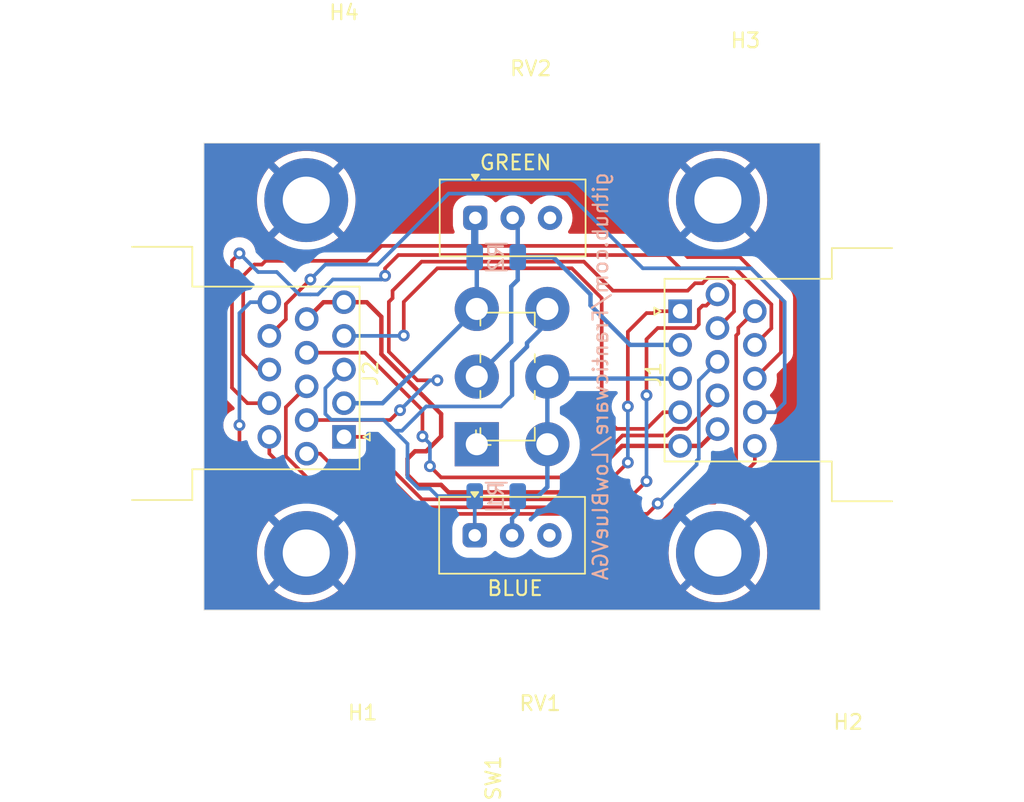
<source format=kicad_pcb>
(kicad_pcb (version 20240108) (generator "pcbnew") (generator_version "8.0")
  (title_block (title "LowBlueVGA") (date "2021-05-17") (rev "2") (company "Franticware"))
  (layers (0 "F.Cu" signal) (31 "B.Cu" signal) (34 "B.Paste" user) (35 "F.Paste" user) (36 "B.SilkS" user "B.Silkscreen") (37 "F.SilkS" user "F.Silkscreen") (38 "B.Mask" user) (39 "F.Mask" user) (44 "Edge.Cuts" user))
  (net 0 "")
  (net 1 "GREEN_IN")
  (net 2 "BLUE_IN")
  (net 3 "GREEN_OUT")
  (net 4 "BLUE_OUT")
  (net 5 "SHIELD")
  (net 6 "Net-(J1-Pad14)")
  (net 7 "Net-(J1-Pad7)")
  (net 8 "Net-(J1-Pad13)")
  (net 9 "Net-(J1-Pad11)")
  (net 10 "Net-(J1-Pad12)")
  (net 11 "Net-(J1-Pad4)")
  (net 12 "Net-(J1-Pad15)")
  (net 13 "Net-(J1-Pad6)")
  (net 14 "Net-(J1-Pad10)")
  (net 15 "Net-(J1-Pad8)")
  (net 16 "Net-(J1-Pad9)")
  (net 17 "Net-(J1-Pad1)")
  (footprint "MountingHole:MountingHole_3.2mm_M3_ISO7380_Pad" (layer "F.Cu") (at 138.4 113.6)
    (property "Reference" "H1" (at 3.84 10.86 0) (layer "F.SilkS"))
    (property "Value" "MountingHole_Pad")
    (pad "1" thru_hole circle (at 0 0) (size 5.7 5.7) (drill 3.2) (layers "*.Cu" "*.Mask") (net 5 "SHIELD"))
  )
  (footprint "MountingHole:MountingHole_3.2mm_M3_ISO7380_Pad" (layer "F.Cu") (at 166.4 113.6)
    (property "Reference" "H2" (at 8.86 11.495 0) (layer "F.SilkS"))
    (property "Value" "MountingHole_Pad")
    (pad "1" thru_hole circle (at 0 0) (size 5.7 5.7) (drill 3.2) (layers "*.Cu" "*.Mask") (net 5 "SHIELD"))
  )
  (footprint "MountingHole:MountingHole_3.2mm_M3_ISO7380_Pad" (layer "F.Cu") (at 138.4 89.6)
    (property "Reference" "H4" (at 2.57 -12.765 0) (layer "F.SilkS"))
    (property "Value" "MountingHole_Pad")
    (pad "1" thru_hole circle (at 0 0) (size 5.7 5.7) (drill 3.2) (layers "*.Cu" "*.Mask") (net 5 "SHIELD"))
  )
  (footprint "MountingHole:MountingHole_3.2mm_M3_ISO7380_Pad" (layer "F.Cu") (at 166.4 89.6)
    (property "Reference" "H3" (at 1.875 -10.86 0) (layer "F.SilkS"))
    (property "Value" "MountingHole_Pad")
    (pad "1" thru_hole circle (at 0 0) (size 5.7 5.7) (drill 3.2) (layers "*.Cu" "*.Mask") (net 5 "SHIELD"))
  )
  (footprint "Button_Switch_THT:SW_E-Switch_EG1271_DPDT" (layer "F.Cu") (at 150.495 104.1 90)
    (property "Reference" "SW1" (at -24.805 0.635 90) (layer "F.SilkS"))
    (property "Value" "SW_Push_DPDT")
    (fp_line (start -2.15 -0.55) (end -1.15 -0.55) (stroke (width 0.12)) (layer "F.SilkS"))
    (fp_line (start 6.85 -0.25) (end 6.85 3.45) (stroke (width 0.12)) (layer "F.SilkS"))
    (fp_line (start 5.97 -0.25) (end 6.85 -0.25) (stroke (width 0.12)) (layer "F.SilkS"))
    (fp_line (start 3.47 -0.25) (end 4.03 -0.25) (stroke (width 0.12)) (layer "F.SilkS"))
    (fp_line (start 1 -0.25) (end 1.53 -0.25) (stroke (width 0.12)) (layer "F.SilkS"))
    (fp_line (start -1.85 -0.25) (end -1 -0.25) (stroke (width 0.12)) (layer "F.SilkS"))
    (fp_line (start -2.15 0.45) (end -2.15 -0.55) (stroke (width 0.12)) (layer "F.SilkS"))
    (fp_line (start 6.85 3.45) (end 5.98 3.45) (stroke (width 0.12)) (layer "F.SilkS"))
    (fp_line (start 4.02 3.45) (end 3.47 3.45) (stroke (width 0.12)) (layer "F.SilkS"))
    (fp_line (start 1.53 3.45) (end 0.97 3.45) (stroke (width 0.12)) (layer "F.SilkS"))
    (fp_line (start -0.97 3.45) (end -1.85 3.45) (stroke (width 0.12)) (layer "F.SilkS"))
    (fp_line (start -1.85 3.45) (end -1.85 -0.25) (stroke (width 0.12)) (layer "F.SilkS"))
    (pad "1" thru_hole rect (at -2.1 -0.495 90) (size 3 3) (drill 1.5) (layers "*.Cu" "*.Mask"))
    (pad "2" thru_hole circle (at 2.5 -0.495 90) (size 3 3) (drill 1.5) (layers "*.Cu" "*.Mask") (net 1 "GREEN_IN"))
    (pad "3" thru_hole circle (at 7.1 -0.495 90) (size 3 3) (drill 1.5) (layers "*.Cu" "*.Mask") (net 3 "GREEN_OUT"))
    (pad "4" thru_hole circle (at -2.1 4.305 90) (size 3 3) (drill 1.5) (layers "*.Cu" "*.Mask") (net 2 "BLUE_IN"))
    (pad "5" thru_hole circle (at 2.5 4.305 90) (size 3 3) (drill 1.5) (layers "*.Cu" "*.Mask") (net 2 "BLUE_IN"))
    (pad "6" thru_hole circle (at 7.1 4.305 90) (size 3 3) (drill 1.5) (layers "*.Cu" "*.Mask") (net 4 "BLUE_OUT"))
  )
  (footprint "Connector_Dsub:DSUB-15-HD_Female_Horizontal_P2.29x2.54mm_EdgePinOffset9.40mm" (layer "F.Cu") (at 163.83 97.155 90)
    (property "Reference" "J1" (at -4.315 -1.8 90) (layer "F.SilkS"))
    (property "Value" "DE15_Receptacle_HighDensity")
    (fp_line (start 0.25 -1.754338) (end 0 -1.321325) (stroke (width 0.12)) (layer "F.SilkS"))
    (fp_line (start -0.25 -1.754338) (end 0.25 -1.754338) (stroke (width 0.12)) (layer "F.SilkS"))
    (fp_line (start 0 -1.321325) (end -0.25 -1.754338) (stroke (width 0.12)) (layer "F.SilkS"))
    (fp_line (start 2.205 -1.06) (end 2.205 10.32) (stroke (width 0.12)) (layer "F.SilkS"))
    (fp_line (start -10.22 -1.06) (end 2.205 -1.06) (stroke (width 0.12)) (layer "F.SilkS"))
    (fp_line (start 4.295 10.32) (end 4.295 14.42) (stroke (width 0.12)) (layer "F.SilkS"))
    (fp_line (start 2.205 10.32) (end 4.295 10.32) (stroke (width 0.12)) (layer "F.SilkS"))
    (fp_line (start -10.22 10.32) (end -10.22 -1.06) (stroke (width 0.12)) (layer "F.SilkS"))
    (fp_line (start -12.925 10.32) (end -10.22 10.32) (stroke (width 0.12)) (layer "F.SilkS"))
    (fp_line (start -12.925 14.42) (end -12.925 10.32) (stroke (width 0.12)) (layer "F.SilkS"))
    (pad "1" thru_hole rect (at 0 0 90) (size 1.6 1.6) (drill 1) (layers "*.Cu" "*.Mask") (net 17 "Net-(J1-Pad1)"))
    (pad "2" thru_hole circle (at -2.29 0 90) (size 1.6 1.6) (drill 1) (layers "*.Cu" "*.Mask") (net 1 "GREEN_IN"))
    (pad "3" thru_hole circle (at -4.58 0 90) (size 1.6 1.6) (drill 1) (layers "*.Cu" "*.Mask") (net 2 "BLUE_IN"))
    (pad "4" thru_hole circle (at -6.87 0 90) (size 1.6 1.6) (drill 1) (layers "*.Cu" "*.Mask") (net 11 "Net-(J1-Pad4)"))
    (pad "5" thru_hole circle (at -9.16 0 90) (size 1.6 1.6) (drill 1) (layers "*.Cu" "*.Mask") (net 14 "Net-(J1-Pad10)"))
    (pad "6" thru_hole circle (at 1.145 2.54 90) (size 1.6 1.6) (drill 1) (layers "*.Cu" "*.Mask") (net 13 "Net-(J1-Pad6)"))
    (pad "7" thru_hole circle (at -1.145 2.54 90) (size 1.6 1.6) (drill 1) (layers "*.Cu" "*.Mask") (net 7 "Net-(J1-Pad7)"))
    (pad "8" thru_hole circle (at -3.435 2.54 90) (size 1.6 1.6) (drill 1) (layers "*.Cu" "*.Mask") (net 15 "Net-(J1-Pad8)"))
    (pad "9" thru_hole circle (at -5.725 2.54 90) (size 1.6 1.6) (drill 1) (layers "*.Cu" "*.Mask") (net 16 "Net-(J1-Pad9)"))
    (pad "10" thru_hole circle (at -8.015 2.54 90) (size 1.6 1.6) (drill 1) (layers "*.Cu" "*.Mask") (net 14 "Net-(J1-Pad10)"))
    (pad "11" thru_hole circle (at 0 5.08 90) (size 1.6 1.6) (drill 1) (layers "*.Cu" "*.Mask") (net 9 "Net-(J1-Pad11)"))
    (pad "12" thru_hole circle (at -2.29 5.08 90) (size 1.6 1.6) (drill 1) (layers "*.Cu" "*.Mask") (net 10 "Net-(J1-Pad12)"))
    (pad "13" thru_hole circle (at -4.58 5.08 90) (size 1.6 1.6) (drill 1) (layers "*.Cu" "*.Mask") (net 8 "Net-(J1-Pad13)"))
    (pad "14" thru_hole circle (at -6.87 5.08 90) (size 1.6 1.6) (drill 1) (layers "*.Cu" "*.Mask") (net 6 "Net-(J1-Pad14)"))
    (pad "15" thru_hole circle (at -9.16 5.08 90) (size 1.6 1.6) (drill 1) (layers "*.Cu" "*.Mask") (net 12 "Net-(J1-Pad15)"))
  )
  (footprint "Connector_Dsub:DSUB-15-HD_Female_Horizontal_P2.29x2.54mm_EdgePinOffset9.40mm" (layer "F.Cu") (at 140.97 105.7 -90)
    (property "Reference" "J2" (at -4.315 -1.8 90) (layer "F.SilkS"))
    (property "Value" "DE15_Receptacle_HighDensity")
    (fp_line (start -12.925 14.42) (end -12.925 10.32) (stroke (width 0.12)) (layer "F.SilkS"))
    (fp_line (start -12.925 10.32) (end -10.22 10.32) (stroke (width 0.12)) (layer "F.SilkS"))
    (fp_line (start -10.22 10.32) (end -10.22 -1.06) (stroke (width 0.12)) (layer "F.SilkS"))
    (fp_line (start 2.205 10.32) (end 4.295 10.32) (stroke (width 0.12)) (layer "F.SilkS"))
    (fp_line (start 4.295 10.32) (end 4.295 14.42) (stroke (width 0.12)) (layer "F.SilkS"))
    (fp_line (start -10.22 -1.06) (end 2.205 -1.06) (stroke (width 0.12)) (layer "F.SilkS"))
    (fp_line (start 2.205 -1.06) (end 2.205 10.32) (stroke (width 0.12)) (layer "F.SilkS"))
    (fp_line (start 0 -1.321325) (end -0.25 -1.754338) (stroke (width 0.12)) (layer "F.SilkS"))
    (fp_line (start -0.25 -1.754338) (end 0.25 -1.754338) (stroke (width 0.12)) (layer "F.SilkS"))
    (fp_line (start 0.25 -1.754338) (end 0 -1.321325) (stroke (width 0.12)) (layer "F.SilkS"))
    (pad "1" thru_hole rect (at 0 0 270) (size 1.6 1.6) (drill 1) (layers "*.Cu" "*.Mask") (net 17 "Net-(J1-Pad1)"))
    (pad "2" thru_hole circle (at -2.29 0 270) (size 1.6 1.6) (drill 1) (layers "*.Cu" "*.Mask") (net 3 "GREEN_OUT"))
    (pad "3" thru_hole circle (at -4.58 0 270) (size 1.6 1.6) (drill 1) (layers "*.Cu" "*.Mask") (net 4 "BLUE_OUT"))
    (pad "4" thru_hole circle (at -6.87 0 270) (size 1.6 1.6) (drill 1) (layers "*.Cu" "*.Mask") (net 11 "Net-(J1-Pad4)"))
    (pad "5" thru_hole circle (at -9.16 0 270) (size 1.6 1.6) (drill 1) (layers "*.Cu" "*.Mask") (net 14 "Net-(J1-Pad10)"))
    (pad "6" thru_hole circle (at 1.145 2.54 270) (size 1.6 1.6) (drill 1) (layers "*.Cu" "*.Mask") (net 13 "Net-(J1-Pad6)"))
    (pad "7" thru_hole circle (at -1.145 2.54 270) (size 1.6 1.6) (drill 1) (layers "*.Cu" "*.Mask") (net 7 "Net-(J1-Pad7)"))
    (pad "8" thru_hole circle (at -3.435 2.54 270) (size 1.6 1.6) (drill 1) (layers "*.Cu" "*.Mask") (net 15 "Net-(J1-Pad8)"))
    (pad "9" thru_hole circle (at -5.725 2.54 270) (size 1.6 1.6) (drill 1) (layers "*.Cu" "*.Mask") (net 16 "Net-(J1-Pad9)"))
    (pad "10" thru_hole circle (at -8.015 2.54 270) (size 1.6 1.6) (drill 1) (layers "*.Cu" "*.Mask") (net 14 "Net-(J1-Pad10)"))
    (pad "11" thru_hole circle (at 0 5.08 270) (size 1.6 1.6) (drill 1) (layers "*.Cu" "*.Mask") (net 9 "Net-(J1-Pad11)"))
    (pad "12" thru_hole circle (at -2.29 5.08 270) (size 1.6 1.6) (drill 1) (layers "*.Cu" "*.Mask") (net 10 "Net-(J1-Pad12)"))
    (pad "13" thru_hole circle (at -4.58 5.08 270) (size 1.6 1.6) (drill 1) (layers "*.Cu" "*.Mask") (net 8 "Net-(J1-Pad13)"))
    (pad "14" thru_hole circle (at -6.87 5.08 270) (size 1.6 1.6) (drill 1) (layers "*.Cu" "*.Mask") (net 6 "Net-(J1-Pad14)"))
    (pad "15" thru_hole circle (at -9.16 5.08 270) (size 1.6 1.6) (drill 1) (layers "*.Cu" "*.Mask") (net 12 "Net-(J1-Pad15)"))
  )
  (footprint "Potentiometer_THT:Potentiometer_Vishay_T93YA_Vertical" (layer "F.Cu") (at 149.86 112.395)
    (property "Reference" "RV1" (at 4.445 11.43 0) (layer "F.SilkS"))
    (property "Value" "R_Potentiometer")
    (fp_line (start -2.42 -2.61) (end -2.42 2.61) (stroke (width 0.12)) (layer "F.SilkS"))
    (fp_line (start -2.42 -2.61) (end -0.3 -2.61) (stroke (width 0.12)) (layer "F.SilkS"))
    (fp_line (start -2.42 2.61) (end 7.5 2.61) (stroke (width 0.12)) (layer "F.SilkS"))
    (fp_line (start 0.4 -2.61) (end 7.5 -2.61) (stroke (width 0.12)) (layer "F.SilkS"))
    (fp_line (start 7.5 -2.61) (end 7.5 2.61) (stroke (width 0.12)) (layer "F.SilkS"))
    (fp_poly (pts (xy 0 -2.61) (xy -0.24 -2.94) (xy 0.24 -2.94) (xy 0 -2.61)) (stroke (width 0.12)) (fill solid) (layer "F.SilkS"))
    (pad "1" thru_hole roundrect (at 0 0) (size 1.65 1.65) (drill 0.85) (layers "*.Cu" "*.Mask") (net 4 "BLUE_OUT"))
    (pad "2" thru_hole circle (at 2.54 0) (size 1.65 1.65) (drill 0.85) (layers "*.Cu" "*.Mask") (net 2 "BLUE_IN"))
    (pad "3" thru_hole circle (at 5.08 0) (size 1.65 1.65) (drill 0.85) (layers "*.Cu" "*.Mask"))
  )
  (footprint "Potentiometer_THT:Potentiometer_Vishay_T93YA_Vertical" (layer "F.Cu") (at 149.9 90.805)
    (property "Reference" "RV2" (at 3.77 -10.16 0) (layer "F.SilkS"))
    (property "Value" "R_Potentiometer")
    (fp_line (start -2.42 -2.61) (end -2.42 2.61) (stroke (width 0.12)) (layer "F.SilkS"))
    (fp_line (start -2.42 -2.61) (end -0.3 -2.61) (stroke (width 0.12)) (layer "F.SilkS"))
    (fp_line (start -2.42 2.61) (end 7.5 2.61) (stroke (width 0.12)) (layer "F.SilkS"))
    (fp_line (start 0.4 -2.61) (end 7.5 -2.61) (stroke (width 0.12)) (layer "F.SilkS"))
    (fp_line (start 7.5 -2.61) (end 7.5 2.61) (stroke (width 0.12)) (layer "F.SilkS"))
    (fp_poly (pts (xy 0 -2.61) (xy -0.24 -2.94) (xy 0.24 -2.94) (xy 0 -2.61)) (stroke (width 0.12)) (fill solid) (layer "F.SilkS"))
    (pad "1" thru_hole roundrect (at 0 0) (size 1.65 1.65) (drill 0.85) (layers "*.Cu" "*.Mask") (net 3 "GREEN_OUT"))
    (pad "2" thru_hole circle (at 2.54 0) (size 1.65 1.65) (drill 0.85) (layers "*.Cu" "*.Mask") (net 1 "GREEN_IN"))
    (pad "3" thru_hole circle (at 5.08 0) (size 1.65 1.65) (drill 0.85) (layers "*.Cu" "*.Mask"))
  )
  (footprint "Resistor_SMD:R_1206_3216Metric" (layer "B.Cu") (at 151.3225 93.472)
    (property "Reference" "R2" (at 0 0 90) (layer "B.SilkS") (effects (justify mirror)))
    (property "Value" "39R")
    (fp_line (start -0.727064 -0.91) (end 0.727064 -0.91) (stroke (width 0.12)) (layer "B.SilkS"))
    (fp_line (start -0.727064 0.91) (end 0.727064 0.91) (stroke (width 0.12)) (layer "B.SilkS"))
    (pad "1" smd roundrect (at -1.4625 0) (size 1.125 1.75) (layers "B.Cu" "B.Paste" "B.Mask") (roundrect_rratio 0.222222) (net 3 "GREEN_OUT"))
    (pad "2" smd roundrect (at 1.4625 0) (size 1.125 1.75) (layers "B.Cu" "B.Paste" "B.Mask") (roundrect_rratio 0.222222) (net 1 "GREEN_IN"))
  )
  (footprint "Resistor_SMD:R_1206_3216Metric" (layer "B.Cu") (at 151.3225 109.728)
    (property "Reference" "R1" (at 0 0 90) (layer "B.SilkS") (effects (justify mirror)))
    (property "Value" "100R")
    (fp_line (start -0.727064 -0.91) (end 0.727064 -0.91) (stroke (width 0.12)) (layer "B.SilkS"))
    (fp_line (start -0.727064 0.91) (end 0.727064 0.91) (stroke (width 0.12)) (layer "B.SilkS"))
    (pad "1" smd roundrect (at -1.4625 0) (size 1.125 1.75) (layers "B.Cu" "B.Paste" "B.Mask") (roundrect_rratio 0.222222) (net 4 "BLUE_OUT"))
    (pad "2" smd roundrect (at 1.4625 0) (size 1.125 1.75) (layers "B.Cu" "B.Paste" "B.Mask") (roundrect_rratio 0.222222) (net 2 "BLUE_IN"))
  )
  (gr_line (start 131.445 117.475) (end 173.355 117.475) (stroke (width 0.05)) (layer "Edge.Cuts"))
  (gr_line (start 173.355 85.725) (end 131.445 85.725) (stroke (width 0.05)) (layer "Edge.Cuts"))
  (gr_line (start 131.445 85.725) (end 131.445 117.475) (stroke (width 0.05)) (layer "Edge.Cuts"))
  (gr_line (start 173.355 117.475) (end 173.355 85.725) (stroke (width 0.05)) (layer "Edge.Cuts"))
  (gr_text "github.com/Franticware/LowBlueVGA" (at 159.004 87.63 90) (layer "B.SilkS") (effects (font (size 1 1)) (justify left bottom mirror)))
  (gr_text "GREEN" (at 150.114 87.63 0) (layer "F.SilkS") (effects (font (size 1 1)) (justify left bottom)))
  (gr_text "BLUE" (at 150.622 116.586 0) (layer "F.SilkS") (effects (font (size 1 1)) (justify left bottom)))
  (segment (start 152.34 95.47) (end 152.34 99.26) (width 0.3) (layer "B.Cu") (net 1))
  (segment (start 152.785 93.472) (end 152.785 91.15) (width 0.3) (layer "B.Cu") (net 1))
  (segment (start 152.785 95.025) (end 152.34 95.47) (width 0.3) (layer "B.Cu") (net 1))
  (segment (start 155.194 93.472) (end 152.785 93.472) (width 0.3) (layer "B.Cu") (net 1))
  (segment (start 152.785 91.15) (end 152.44 90.805) (width 0.3) (layer "B.Cu") (net 1))
  (segment (start 157.734 96.754) (end 157.734 96.012) (width 0.3) (layer "B.Cu") (net 1))
  (segment (start 160.425 99.445) (end 157.734 96.754) (width 0.3) (layer "B.Cu") (net 1))
  (segment (start 150 101.6) (end 152.34 99.26) (width 0.3) (layer "B.Cu") (net 1))
  (segment (start 152.785 93.472) (end 152.785 95.025) (width 0.3) (layer "B.Cu") (net 1))
  (segment (start 163.83 99.445) (end 160.425 99.445) (width 0.3) (layer "B.Cu") (net 1))
  (segment (start 157.734 96.012) (end 155.194 93.472) (width 0.3) (layer "B.Cu") (net 1))
  (segment (start 163.83 101.735) (end 154.935 101.735) (width 0.3) (layer "B.Cu") (net 2))
  (segment (start 152.4 111.252) (end 152.785 110.867) (width 0.3) (layer "B.Cu") (net 2))
  (segment (start 154.935 101.735) (end 154.8 101.6) (width 0.3) (layer "B.Cu") (net 2))
  (segment (start 154.8 106.2) (end 154.8 101.6) (width 0.3) (layer "B.Cu") (net 2))
  (segment (start 152.4 112.395) (end 152.4 111.252) (width 0.3) (layer "B.Cu") (net 2))
  (segment (start 154.8 109.106) (end 154.8 106.2) (width 0.3) (layer "B.Cu") (net 2))
  (segment (start 152.785 109.728) (end 154.178 109.728) (width 0.3) (layer "B.Cu") (net 2))
  (segment (start 154.178 109.728) (end 154.8 109.106) (width 0.3) (layer "B.Cu") (net 2))
  (segment (start 152.785 110.867) (end 152.785 109.728) (width 0.3) (layer "B.Cu") (net 2))
  (segment (start 149.86 93.472) (end 149.86 90.845) (width 0.5) (layer "B.Cu") (net 3))
  (segment (start 149.9 93.432) (end 149.86 93.472) (width 0.5) (layer "B.Cu") (net 3))
  (segment (start 149.9 96.9) (end 150 97) (width 0.5) (layer "B.Cu") (net 3))
  (segment (start 149.86 90.845) (end 149.9 90.805) (width 0.5) (layer "B.Cu") (net 3))
  (segment (start 140.97 103.41) (end 143.59 103.41) (width 0.3) (layer "B.Cu") (net 3))
  (segment (start 143.59 103.41) (end 150 97) (width 0.3) (layer "B.Cu") (net 3))
  (segment (start 150 93.612) (end 149.86 93.472) (width 0.3) (layer "B.Cu") (net 3))
  (segment (start 150 97) (end 150 93.612) (width 0.3) (layer "B.Cu") (net 3))
  (segment (start 140.095 104.535) (end 143.651 104.535) (width 0.25) (layer "B.Cu") (net 4))
  (segment (start 153.416 99.568) (end 152.4 100.584) (width 0.3) (layer "B.Cu") (net 4))
  (segment (start 154.8 97) (end 154.8 97.93) (width 0.3) (layer "B.Cu") (net 4))
  (segment (start 152.4 102.87) (end 151.638 103.632) (width 0.25) (layer "B.Cu") (net 4))
  (segment (start 145.288 106.172) (end 144.399 105.283) (width 0.25) (layer "B.Cu") (net 4))
  (segment (start 146.812 109.22) (end 147.32 109.728) (width 0.25) (layer "B.Cu") (net 4))
  (segment (start 145.288 108.458) (end 145.288 106.172) (width 0.25) (layer "B.Cu") (net 4))
  (segment (start 146.558 103.632) (end 144.907 105.283) (width 0.25) (layer "B.Cu") (net 4))
  (segment (start 139.7 104.14) (end 140.095 104.535) (width 0.25) (layer "B.Cu") (net 4))
  (segment (start 143.651 104.535) (end 144.399 105.283) (width 0.25) (layer "B.Cu") (net 4))
  (segment (start 146.05 109.22) (end 145.288 108.458) (width 0.25) (layer "B.Cu") (net 4))
  (segment (start 144.907 105.283) (end 144.399 105.283) (width 0.25) (layer "B.Cu") (net 4))
  (segment (start 139.7 102.39) (end 139.7 104.14) (width 0.25) (layer "B.Cu") (net 4))
  (segment (start 146.812 109.22) (end 146.05 109.22) (width 0.25) (layer "B.Cu") (net 4))
  (segment (start 153.416 99.314) (end 153.416 99.568) (width 0.3) (layer "B.Cu") (net 4))
  (segment (start 152.4 100.584) (end 152.4 102.87) (width 0.3) (layer "B.Cu") (net 4))
  (segment (start 140.97 101.12) (end 139.7 102.39) (width 0.25) (layer "B.Cu") (net 4))
  (segment (start 147.32 109.728) (end 149.86 109.728) (width 0.25) (layer "B.Cu") (net 4))
  (segment (start 149.86 109.728) (end 149.86 112.395) (width 0.25) (layer "B.Cu") (net 4))
  (segment (start 154.8 97.93) (end 153.416 99.314) (width 0.3) (layer "B.Cu") (net 4))
  (segment (start 151.638 103.632) (end 146.558 103.632) (width 0.25) (layer "B.Cu") (net 4))
  (segment (start 138.4 113.6) (end 138.4 113.635) (width 0.5) (layer "B.Cu") (net 5))
  (segment (start 135.89 98.83) (end 137.015 97.705) (width 0.25) (layer "F.Cu") (net 6))
  (segment (start 137.015 96.665) (end 138.684 94.996) (width 0.25) (layer "F.Cu") (net 6))
  (segment (start 137.015 97.705) (end 137.015 96.665) (width 0.25) (layer "F.Cu") (net 6))
  (via (at 138.684 94.996) (size 0.8) (drill 0.4) (layers "F.Cu" "B.Cu") (net 6))
  (segment (start 170.942 103.378) (end 170.295 104.025) (width 0.25) (layer "B.Cu") (net 6))
  (segment (start 161.29 94.234) (end 168.656 94.234) (width 0.25) (layer "B.Cu") (net 6))
  (segment (start 170.295 104.025) (end 168.91 104.025) (width 0.25) (layer "B.Cu") (net 6))
  (segment (start 139.7 93.98) (end 138.684 94.996) (width 0.25) (layer "B.Cu") (net 6))
  (segment (start 170.942 96.52) (end 170.942 103.378) (width 0.25) (layer "B.Cu") (net 6))
  (segment (start 139.7 93.98) (end 143.256 93.98) (width 0.25) (layer "B.Cu") (net 6))
  (segment (start 148.082 89.154) (end 156.21 89.154) (width 0.25) (layer "B.Cu") (net 6))
  (segment (start 143.256 93.98) (end 148.082 89.154) (width 0.25) (layer "B.Cu") (net 6))
  (segment (start 168.656 94.234) (end 170.942 96.52) (width 0.25) (layer "B.Cu") (net 6))
  (segment (start 156.21 89.154) (end 161.29 94.234) (width 0.25) (layer "B.Cu") (net 6))
  (segment (start 167.495 97.175) (end 166.37 98.3) (width 0.25) (layer "F.Cu") (net 7))
  (segment (start 167.021 94.885) (end 167.495 95.359) (width 0.25) (layer "F.Cu") (net 7))
  (segment (start 147.32 101.854) (end 145.959752 101.854) (width 0.25) (layer "F.Cu") (net 7))
  (segment (start 164.338 95.758) (end 164.846 95.25) (width 0.25) (layer "F.Cu") (net 7))
  (segment (start 144.272 96.266) (end 144.272 95.758) (width 0.25) (layer "F.Cu") (net 7))
  (segment (start 144.018 99.912248) (end 144.018 96.52) (width 0.25) (layer "F.Cu") (net 7))
  (segment (start 145.959752 101.854) (end 144.018 99.912248) (width 0.25) (layer "F.Cu") (net 7))
  (segment (start 164.846 95.25) (end 165.354 95.25) (width 0.25) (layer "F.Cu") (net 7))
  (segment (start 167.495 95.359) (end 167.495 97.175) (width 0.25) (layer "F.Cu") (net 7))
  (segment (start 159.258 95.758) (end 164.338 95.758) (width 0.25) (layer "F.Cu") (net 7))
  (segment (start 165.354 95.25) (end 165.719 94.885) (width 0.25) (layer "F.Cu") (net 7))
  (segment (start 165.719 94.885) (end 167.021 94.885) (width 0.25) (layer "F.Cu") (net 7))
  (segment (start 144.111 104.555) (end 138.43 104.555) (width 0.25) (layer "F.Cu") (net 7))
  (segment (start 146.246 93.784) (end 157.284 93.784) (width 0.25) (layer "F.Cu") (net 7))
  (segment (start 144.018 96.52) (end 144.272 96.266) (width 0.25) (layer "F.Cu") (net 7))
  (segment (start 144.78 103.886) (end 144.111 104.555) (width 0.25) (layer "F.Cu") (net 7))
  (segment (start 157.284 93.784) (end 159.258 95.758) (width 0.25) (layer "F.Cu") (net 7))
  (segment (start 144.272 95.758) (end 146.246 93.784) (width 0.25) (layer "F.Cu") (net 7))
  (via (at 147.32 101.854) (size 0.8) (drill 0.4) (layers "F.Cu" "B.Cu") (net 7))
  (via (at 144.78 103.886) (size 0.8) (drill 0.4) (layers "F.Cu" "B.Cu") (net 7))
  (segment (start 147.32 101.854) (end 146.812 101.854) (width 0.25) (layer "B.Cu") (net 7))
  (segment (start 146.812 101.854) (end 144.78 103.886) (width 0.25) (layer "B.Cu") (net 7))
  (segment (start 167.894 93.472) (end 170.688 96.266) (width 0.25) (layer "F.Cu") (net 8))
  (segment (start 135.156 101.12) (end 134.112 100.076) (width 0.25) (layer "F.Cu") (net 8))
  (segment (start 134.112 94.742) (end 134.874 93.98) (width 0.25) (layer "F.Cu") (net 8))
  (segment (start 164.338 93.472) (end 167.894 93.472) (width 0.25) (layer "F.Cu") (net 8))
  (segment (start 134.874 93.98) (end 135.382 93.98) (width 0.25) (layer "F.Cu") (net 8))
  (segment (start 170.688 96.266) (end 170.688 99.957) (width 0.25) (layer "F.Cu") (net 8))
  (segment (start 135.636 93.726) (end 142.494 93.726) (width 0.25) (layer "F.Cu") (net 8))
  (segment (start 170.688 99.957) (end 168.91 101.735) (width 0.25) (layer "F.Cu") (net 8))
  (segment (start 135.382 93.98) (end 135.636 93.726) (width 0.25) (layer "F.Cu") (net 8))
  (segment (start 134.112 100.076) (end 134.112 94.742) (width 0.25) (layer "F.Cu") (net 8))
  (segment (start 163.576 92.71) (end 164.338 93.472) (width 0.25) (layer "F.Cu") (net 8))
  (segment (start 142.494 93.726) (end 143.51 92.71) (width 0.25) (layer "F.Cu") (net 8))
  (segment (start 143.51 92.71) (end 163.576 92.71) (width 0.25) (layer "F.Cu") (net 8))
  (segment (start 135.89 101.12) (end 135.156 101.12) (width 0.25) (layer "F.Cu") (net 8))
  (segment (start 141.224 109.474) (end 138.53263 109.474) (width 0.25) (layer "F.Cu") (net 9))
  (segment (start 158.743 113.545) (end 157.988 114.3) (width 0.25) (layer "F.Cu") (net 9))
  (segment (start 145.034 113.284) (end 141.224 109.474) (width 0.25) (layer "F.Cu") (net 9))
  (segment (start 167.64 98.806) (end 167.64 107.696) (width 0.25) (layer "F.Cu") (net 9))
  (segment (start 138.53263 109.474) (end 135.89 106.83137) (width 0.25) (layer "F.Cu") (net 9))
  (segment (start 135.89 106.83137) (end 135.89 105.7) (width 0.25) (layer "F.Cu") (net 9))
  (segment (start 167.785 98.28) (end 167.785 98.661) (width 0.25) (layer "F.Cu") (net 9))
  (segment (start 167.785 98.661) (end 167.64 98.806) (width 0.25) (layer "F.Cu") (net 9))
  (segment (start 167.64 107.696) (end 165.862 109.474) (width 0.25) (layer "F.Cu") (net 9))
  (segment (start 164.592 109.474) (end 160.521 113.545) (width 0.25) (layer "F.Cu") (net 9))
  (segment (start 160.521 113.545) (end 158.743 113.545) (width 0.25) (layer "F.Cu") (net 9))
  (segment (start 168.91 97.155) (end 167.785 98.28) (width 0.25) (layer "F.Cu") (net 9))
  (segment (start 147.574 114.3) (end 146.558 113.284) (width 0.25) (layer "F.Cu") (net 9))
  (segment (start 157.988 114.3) (end 147.574 114.3) (width 0.25) (layer "F.Cu") (net 9))
  (segment (start 146.558 113.284) (end 145.034 113.284) (width 0.25) (layer "F.Cu") (net 9))
  (segment (start 165.862 109.474) (end 164.592 109.474) (width 0.25) (layer "F.Cu") (net 9))
  (segment (start 167.579991 94.234) (end 170.035 96.689009) (width 0.25) (layer "F.Cu") (net 10))
  (segment (start 163.83 94.234) (end 167.579991 94.234) (width 0.25) (layer "F.Cu") (net 10))
  (segment (start 170.035 96.689009) (end 170.035 98.32) (width 0.25) (layer "F.Cu") (net 10))
  (segment (start 135.89 103.41) (end 134.398 103.41) (width 0.25) (layer "F.Cu") (net 10))
  (segment (start 143.764 94.742) (end 143.764 94.234) (width 0.25) (layer "F.Cu") (net 10))
  (segment (start 143.764 94.234) (end 144.664 93.334) (width 0.25) (layer "F.Cu") (net 10))
  (segment (start 133.35 93.726) (end 133.858 93.218) (width 0.25) (layer "F.Cu") (net 10))
  (segment (start 133.35 102.362) (end 133.35 96.266) (width 0.25) (layer "F.Cu") (net 10))
  (segment (start 170.035 98.32) (end 168.91 99.445) (width 0.25) (layer "F.Cu") (net 10))
  (segment (start 133.35 96.266) (end 133.35 93.726) (width 0.25) (layer "F.Cu") (net 10))
  (segment (start 134.398 103.41) (end 133.35 102.362) (width 0.25) (layer "F.Cu") (net 10))
  (segment (start 162.93 93.334) (end 163.83 94.234) (width 0.25) (layer "F.Cu") (net 10))
  (segment (start 144.664 93.334) (end 162.93 93.334) (width 0.25) (layer "F.Cu") (net 10))
  (via (at 133.858 93.218) (size 0.8) (drill 0.4) (layers "F.Cu" "B.Cu") (net 10))
  (via (at 143.764 94.742) (size 0.8) (drill 0.4) (layers "F.Cu" "B.Cu") (net 10))
  (segment (start 140.208 94.996) (end 143.51 94.996) (width 0.25) (layer "B.Cu") (net 10))
  (segment (start 135.128 94.488) (end 136.398 94.488) (width 0.25) (layer "B.Cu") (net 10))
  (segment (start 136.398 94.488) (end 137.668 95.758) (width 0.25) (layer "B.Cu") (net 10))
  (segment (start 133.858 93.218) (end 135.128 94.488) (width 0.25) (layer "B.Cu") (net 10))
  (segment (start 138.684 96.012) (end 139.192 96.012) (width 0.25) (layer "B.Cu") (net 10))
  (segment (start 137.668 95.758) (end 137.922 96.012) (width 0.25) (layer "B.Cu") (net 10))
  (segment (start 139.192 96.012) (end 140.208 94.996) (width 0.25) (layer "B.Cu") (net 10))
  (segment (start 143.51 94.996) (end 143.764 94.742) (width 0.25) (layer "B.Cu") (net 10))
  (segment (start 137.922 96.012) (end 138.684 96.012) (width 0.25) (layer "B.Cu") (net 10))
  (segment (start 161.544 105.156) (end 162.675 104.025) (width 0.25) (layer "F.Cu") (net 11))
  (segment (start 145.034 98.806) (end 145.034 96.52) (width 0.25) (layer "F.Cu") (net 11))
  (segment (start 145.034 96.52) (end 147.32 94.234) (width 0.25) (layer "F.Cu") (net 11))
  (segment (start 162.675 104.025) (end 163.83 104.025) (width 0.25) (layer "F.Cu") (net 11))
  (segment (start 156.464 94.234) (end 158.496 96.266) (width 0.25) (layer "F.Cu") (net 11))
  (segment (start 147.32 94.234) (end 156.464 94.234) (width 0.25) (layer "F.Cu") (net 11))
  (segment (start 159.512 105.156) (end 161.544 105.156) (width 0.25) (layer "F.Cu") (net 11))
  (segment (start 158.496 96.266) (end 158.496 104.14) (width 0.25) (layer "F.Cu") (net 11))
  (segment (start 158.496 104.14) (end 159.512 105.156) (width 0.25) (layer "F.Cu") (net 11))
  (segment (start 163.83 104.025) (end 163.207 104.025) (width 0.25) (layer "F.Cu") (net 11))
  (via (at 145.034 98.806) (size 0.8) (drill 0.4) (layers "F.Cu" "B.Cu") (net 11))
  (segment (start 145.01 98.83) (end 140.97 98.83) (width 0.25) (layer "B.Cu") (net 11))
  (segment (start 145.034 98.806) (end 145.01 98.83) (width 0.25) (layer "B.Cu") (net 11))
  (segment (start 168.91 106.315) (end 168.91 107.44637) (width 0.25) (layer "F.Cu") (net 12))
  (segment (start 166.183172 110.173198) (end 164.529198 110.173198) (width 0.25) (layer "F.Cu") (net 12))
  (segment (start 168.91 107.44637) (end 166.183172 110.173198) (width 0.25) (layer "F.Cu") (net 12))
  (segment (start 138.118 109.924) (end 135.89 107.696) (width 0.25) (layer "F.Cu") (net 12))
  (segment (start 140.404 109.924) (end 138.118 109.924) (width 0.25) (layer "F.Cu") (net 12))
  (segment (start 159.952396 114.75) (end 145.23 114.75) (width 0.25) (layer "F.Cu") (net 12))
  (segment (start 164.529198 110.173198) (end 159.952396 114.75) (width 0.25) (layer "F.Cu") (net 12))
  (segment (start 134.874 107.696) (end 133.858 106.68) (width 0.25) (layer "F.Cu") (net 12))
  (segment (start 145.23 114.75) (end 140.404 109.924) (width 0.25) (layer "F.Cu") (net 12))
  (segment (start 133.858 106.68) (end 133.858 104.902) (width 0.25) (layer "F.Cu") (net 12))
  (segment (start 135.89 107.696) (end 134.874 107.696) (width 0.25) (layer "F.Cu") (net 12))
  (via (at 133.858 104.902) (size 0.8) (drill 0.4) (layers "F.Cu" "B.Cu") (net 12))
  (segment (start 134.6 96.54) (end 135.89 96.54) (width 0.25) (layer "B.Cu") (net 12))
  (segment (start 133.858 97.282) (end 134.6 96.54) (width 0.25) (layer "B.Cu") (net 12))
  (segment (start 133.858 104.902) (end 133.858 97.282) (width 0.25) (layer "B.Cu") (net 12))
  (segment (start 165.1 97.028) (end 165.354 96.774) (width 0.25) (layer "F.Cu") (net 13))
  (segment (start 158.75 110.49) (end 159.766 110.49) (width 0.25) (layer "F.Cu") (net 13))
  (segment (start 161.544 99.06) (end 162.306 98.298) (width 0.25) (layer "F.Cu") (net 13))
  (segment (start 139.357 106.845) (end 139.954 107.442) (width 0.25) (layer "F.Cu") (net 13))
  (segment (start 138.43 106.845) (end 139.357 106.845) (width 0.25) (layer "F.Cu") (net 13))
  (segment (start 162.306 98.298) (end 164.846 98.298) (width 0.25) (layer "F.Cu") (net 13))
  (segment (start 159.766 110.49) (end 161.544 108.712) (width 0.25) (layer "F.Cu") (net 13))
  (segment (start 146.05 110.49) (end 158.75 110.49) (width 0.25) (layer "F.Cu") (net 13))
  (segment (start 165.606 96.774) (end 166.37 96.01) (width 0.25) (layer "F.Cu") (net 13))
  (segment (start 143.002 107.442) (end 146.05 110.49) (width 0.25) (layer "F.Cu") (net 13))
  (segment (start 161.544 102.87) (end 161.544 99.06) (width 0.25) (layer "F.Cu") (net 13))
  (segment (start 165.354 96.774) (end 165.606 96.774) (width 0.25) (layer "F.Cu") (net 13))
  (segment (start 139.954 107.442) (end 143.002 107.442) (width 0.25) (layer "F.Cu") (net 13))
  (segment (start 165.1 98.044) (end 165.1 97.028) (width 0.25) (layer "F.Cu") (net 13))
  (segment (start 164.846 98.298) (end 165.1 98.044) (width 0.25) (layer "F.Cu") (net 13))
  (via (at 161.544 102.87) (size 0.8) (drill 0.4) (layers "F.Cu" "B.Cu") (net 13))
  (via (at 161.544 108.712) (size 0.8) (drill 0.4) (layers "F.Cu" "B.Cu") (net 13))
  (segment (start 161.544 108.712) (end 161.544 102.87) (width 0.25) (layer "B.Cu") (net 13))
  (segment (start 140.97 96.54) (end 139.575 96.54) (width 0.3) (layer "F.Cu") (net 14))
  (segment (start 148.082 109.474) (end 156.718 109.474) (width 0.3) (layer "F.Cu") (net 14))
  (segment (start 140.97 96.54) (end 142.514 96.54) (width 0.3) (layer "F.Cu") (net 14))
  (segment (start 145.288 107.188) (end 145.288 108.294248) (width 0.3) (layer "F.Cu") (net 14))
  (segment (start 143.51 100.076) (end 147.574 104.14) (width 0.3) (layer "F.Cu") (net 14))
  (segment (start 145.288 108.294248) (end 145.959752 108.966) (width 0.3) (layer "F.Cu") (net 14))
  (segment (start 143.51 97.536) (end 143.51 100.076) (width 0.3) (layer "F.Cu") (net 14))
  (segment (start 163.83 106.315) (end 165.225 106.315) (width 0.3) (layer "F.Cu") (net 14))
  (segment (start 165.225 106.315) (end 166.37 105.17) (width 0.3) (layer "F.Cu") (net 14))
  (segment (start 159.877 106.315) (end 163.83 106.315) (width 0.3) (layer "F.Cu") (net 14))
  (segment (start 139.575 96.54) (end 138.43 97.685) (width 0.3) (layer "F.Cu") (net 14))
  (segment (start 147.574 105.664) (end 146.558 106.68) (width 0.3) (layer "F.Cu") (net 14))
  (segment (start 146.558 106.68) (end 145.796 106.68) (width 0.3) (layer "F.Cu") (net 14))
  (segment (start 142.514 96.54) (end 143.51 97.536) (width 0.3) (layer "F.Cu") (net 14))
  (segment (start 156.718 109.474) (end 159.877 106.315) (width 0.3) (layer "F.Cu") (net 14))
  (segment (start 145.796 106.68) (end 145.288 107.188) (width 0.3) (layer "F.Cu") (net 14))
  (segment (start 147.574 108.966) (end 148.082 109.474) (width 0.3) (layer "F.Cu") (net 14))
  (segment (start 147.574 104.14) (end 147.574 105.664) (width 0.3) (layer "F.Cu") (net 14))
  (segment (start 145.959752 108.966) (end 147.574 108.966) (width 0.3) (layer "F.Cu") (net 14))
  (segment (start 137.015 103.68) (end 137.015 107.020991) (width 0.25) (layer "F.Cu") (net 15))
  (segment (start 138.706009 108.712) (end 142.24 108.712) (width 0.25) (layer "F.Cu") (net 15))
  (segment (start 137.015 107.020991) (end 138.706009 108.712) (width 0.25) (layer "F.Cu") (net 15))
  (segment (start 138.43 102.265) (end 137.015 103.68) (width 0.25) (layer "F.Cu") (net 15))
  (segment (start 161.602 110.94) (end 162.306 110.236) (width 0.25) (layer "F.Cu") (net 15))
  (segment (start 144.468 110.94) (end 161.602 110.94) (width 0.25) (layer "F.Cu") (net 15))
  (segment (start 142.24 108.712) (end 144.468 110.94) (width 0.25) (layer "F.Cu") (net 15))
  (via (at 162.306 110.236) (size 0.8) (drill 0.4) (layers "F.Cu" "B.Cu") (net 15))
  (segment (start 162.306 110.236) (end 164.955 107.587) (width 0.25) (layer "B.Cu") (net 15))
  (segment (start 165.1 101.86) (end 166.37 100.59) (width 0.25) (layer "B.Cu") (net 15))
  (segment (start 164.955 107.587) (end 164.955 107.333) (width 0.25) (layer "B.Cu") (net 15))
  (segment (start 165.1 107.188) (end 165.1 101.86) (width 0.25) (layer "B.Cu") (net 15))
  (segment (start 164.955 107.333) (end 165.1 107.188) (width 0.25) (layer "B.Cu") (net 15))
  (segment (start 166.37 103.075991) (end 164.295991 105.15) (width 0.25) (layer "F.Cu") (net 16))
  (segment (start 147.574 108.458) (end 146.812 107.696) (width 0.25) (layer "F.Cu") (net 16))
  (segment (start 146.304 105.664) (end 146.304 103.886) (width 0.25) (layer "F.Cu") (net 16))
  (segment (start 157.062248 108.458) (end 147.574 108.458) (width 0.25) (layer "F.Cu") (net 16))
  (segment (start 146.304 103.886) (end 142.393 99.975) (width 0.25) (layer "F.Cu") (net 16))
  (segment (start 163.404009 105.15) (end 162.948009 105.606) (width 0.25) (layer "F.Cu") (net 16))
  (segment (start 164.295991 105.15) (end 163.404009 105.15) (width 0.25) (layer "F.Cu") (net 16))
  (segment (start 166.37 102.88) (end 166.37 103.075991) (width 0.25) (layer "F.Cu") (net 16))
  (segment (start 159.914248 105.606) (end 157.062248 108.458) (width 0.25) (layer "F.Cu") (net 16))
  (segment (start 162.948009 105.606) (end 159.914248 105.606) (width 0.25) (layer "F.Cu") (net 16))
  (segment (start 142.393 99.975) (end 138.43 99.975) (width 0.25) (layer "F.Cu") (net 16))
  (via (at 146.812 107.696) (size 0.8) (drill 0.4) (layers "F.Cu" "B.Cu") (net 16))
  (via (at 146.304 105.664) (size 0.8) (drill 0.4) (layers "F.Cu" "B.Cu") (net 16))
  (segment (start 146.812 107.696) (end 146.812 106.172) (width 0.25) (layer "B.Cu") (net 16))
  (segment (start 146.812 106.172) (end 146.304 105.664) (width 0.25) (layer "B.Cu") (net 16))
  (segment (start 160.274 103.632) (end 160.274 98.552) (width 0.25) (layer "F.Cu") (net 17))
  (segment (start 161.544 97.282) (end 162.052 97.282) (width 0.25) (layer "F.Cu") (net 17))
  (segment (start 142.784 105.7) (end 140.97 105.7) (width 0.25) (layer "F.Cu") (net 17))
  (segment (start 160.274 107.442) (end 157.767 109.949) (width 0.25) (layer "F.Cu") (net 17))
  (segment (start 162.052 97.282) (end 162.179 97.155) (width 0.25) (layer "F.Cu") (net 17))
  (segment (start 160.274 98.552) (end 161.544 97.282) (width 0.25) (layer "F.Cu") (net 17))
  (segment (start 157.767 109.949) (end 146.271 109.949) (width 0.25) (layer "F.Cu") (net 17))
  (segment (start 146.271 109.949) (end 144.272 107.95) (width 0.25) (layer "F.Cu") (net 17))
  (segment (start 144.272 107.95) (end 144.272 107.188) (width 0.25) (layer "F.Cu") (net 17))
  (segment (start 144.272 107.188) (end 142.784 105.7) (width 0.25) (layer "F.Cu") (net 17))
  (segment (start 162.179 97.155) (end 163.83 97.155) (width 0.25) (layer "F.Cu") (net 17))
  (via (at 160.274 107.442) (size 0.8) (drill 0.4) (layers "F.Cu" "B.Cu") (net 17))
  (via (at 160.274 103.632) (size 0.8) (drill 0.4) (layers "F.Cu" "B.Cu") (net 17))
  (segment (start 160.274 103.886) (end 160.274 103.632) (width 0.25) (layer "B.Cu") (net 17))
  (segment (start 160.274 107.442) (end 160.274 103.886) (width 0.25) (layer "B.Cu") (net 17))
  (zone (net 5) (net_name "SHIELD") (layer "F.Cu") (priority 1) (connect_pads (clearance 0.7)) (min_thickness 0.25) (fill yes (thermal_gap 0.5) (thermal_bridge_width 0.5))
    (polygon (pts (xy 131.064 85.598) (xy 173.736 85.598) (xy 173.736 117.602) (xy 131.064 117.602)))
  )
  (zone (net 5) (net_name "SHIELD") (layer "B.Cu") (connect_pads (clearance 0.7)) (min_thickness 0.254) (fill yes (thermal_gap 0.508) (thermal_bridge_width 0.508))
    (polygon (pts (xy 173.4 118.6) (xy 131.4 118.6) (xy 131.4 84.6) (xy 173.4 84.6)))
  )
)
</source>
